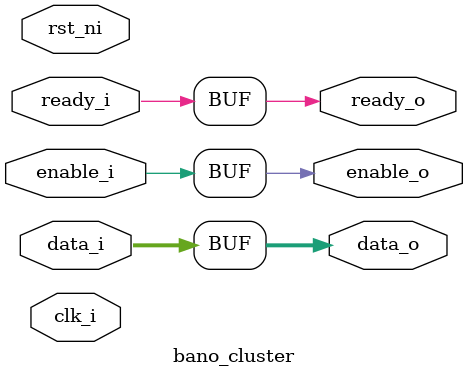
<source format=v>

`timescale 1ns / 1ps


module bano_cluster 
#( 
  parameter integer            DATA_BITWIDTH   = 20
) (
  input                        clk_i,
  input                        rst_ni,

  output                       ready_o,
  input  [DATA_BITWIDTH-1 : 0] data_i,
  input                        enable_i,

  input                        ready_i,
  output [DATA_BITWIDTH-1 : 0] data_o,
  output                       enable_o

);

assign ready_o = ready_i;
assign data_o = data_i>>0;
assign enable_o = enable_i;

endmodule
</source>
